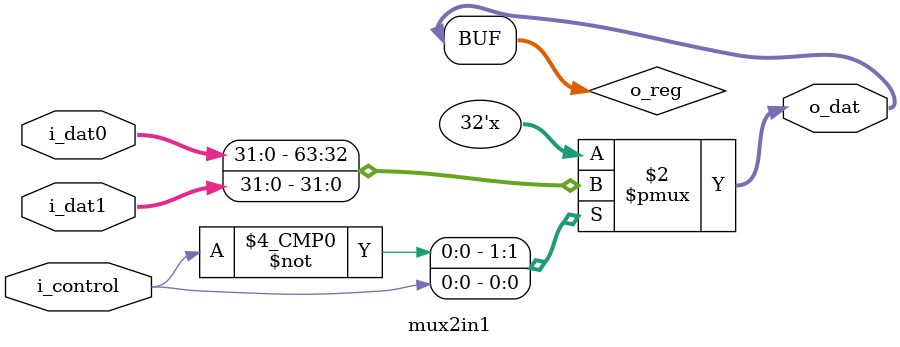
<source format=v>
module mux2in1(i_dat0, i_dat1, i_control, o_dat);

parameter WIDTH = 32;

input   [WIDTH-1:0]   i_dat0, i_dat1; 
input                 i_control;
output  [WIDTH-1:0]   o_dat;
  



reg	[WIDTH-1:0]	o_reg;


always @(*) begin
	case (i_control)
		0: o_reg <= i_dat0;
		1: o_reg <= i_dat1;
	endcase
end


assign o_dat = o_reg;


endmodule

</source>
